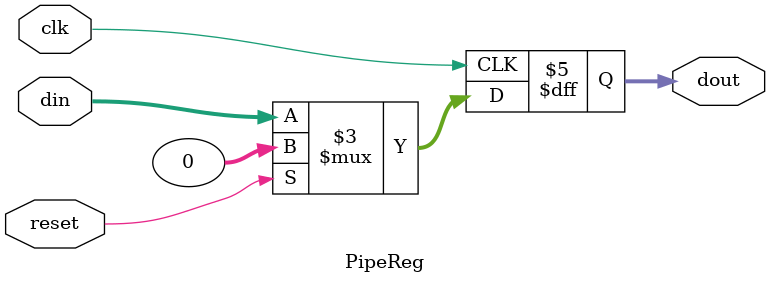
<source format=v>

module PipeReg #(parameter W=32) (

  input  wire        clk,

  input  wire        reset,     // sincrónico

  input  wire [W-1:0] din,

  output reg  [W-1:0] dout

);

  always @(posedge clk) begin

    if (reset) dout <= {W{1'b0}};

    else        dout <= din;

  end

endmodule


</source>
